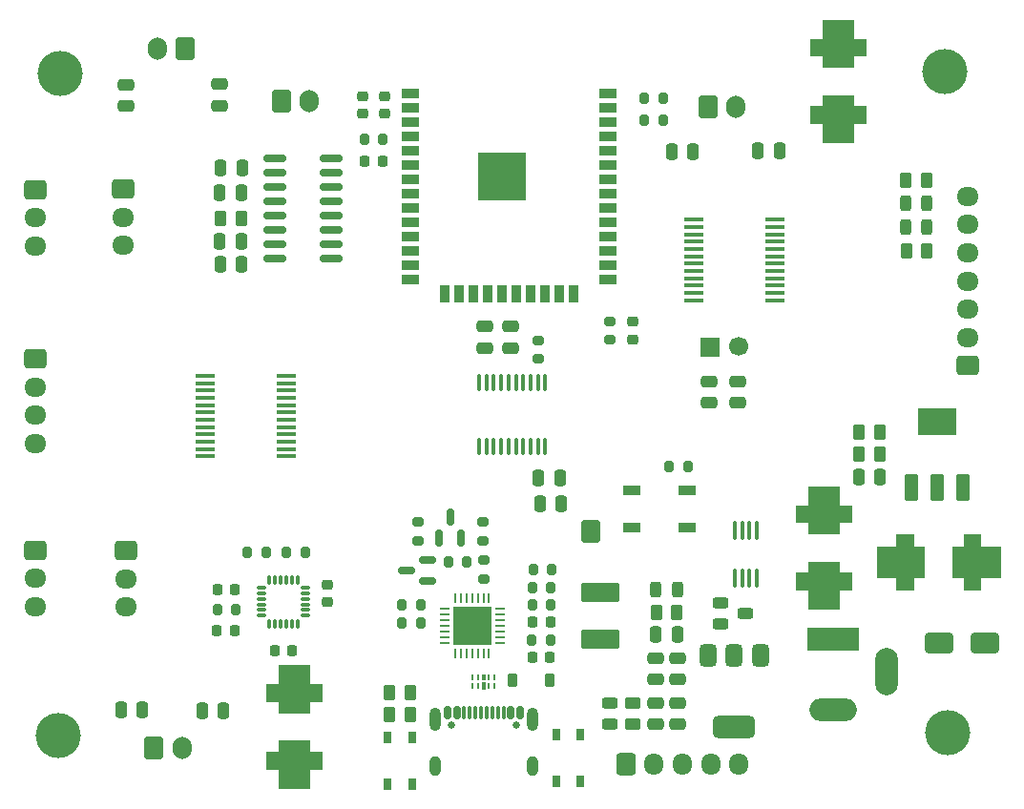
<source format=gts>
G04 #@! TF.GenerationSoftware,KiCad,Pcbnew,9.0.2*
G04 #@! TF.CreationDate,2025-09-10T14:09:23+05:30*
G04 #@! TF.ProjectId,V2DesignESP32PCB,56324465-7369-4676-9e45-535033325043,rev?*
G04 #@! TF.SameCoordinates,Original*
G04 #@! TF.FileFunction,Soldermask,Top*
G04 #@! TF.FilePolarity,Negative*
%FSLAX46Y46*%
G04 Gerber Fmt 4.6, Leading zero omitted, Abs format (unit mm)*
G04 Created by KiCad (PCBNEW 9.0.2) date 2025-09-10 14:09:23*
%MOMM*%
%LPD*%
G01*
G04 APERTURE LIST*
G04 Aperture macros list*
%AMRoundRect*
0 Rectangle with rounded corners*
0 $1 Rounding radius*
0 $2 $3 $4 $5 $6 $7 $8 $9 X,Y pos of 4 corners*
0 Add a 4 corners polygon primitive as box body*
4,1,4,$2,$3,$4,$5,$6,$7,$8,$9,$2,$3,0*
0 Add four circle primitives for the rounded corners*
1,1,$1+$1,$2,$3*
1,1,$1+$1,$4,$5*
1,1,$1+$1,$6,$7*
1,1,$1+$1,$8,$9*
0 Add four rect primitives between the rounded corners*
20,1,$1+$1,$2,$3,$4,$5,0*
20,1,$1+$1,$4,$5,$6,$7,0*
20,1,$1+$1,$6,$7,$8,$9,0*
20,1,$1+$1,$8,$9,$2,$3,0*%
G04 Aperture macros list end*
%ADD10C,0.010000*%
%ADD11RoundRect,0.250000X-0.475000X0.250000X-0.475000X-0.250000X0.475000X-0.250000X0.475000X0.250000X0*%
%ADD12RoundRect,0.250000X0.262500X0.450000X-0.262500X0.450000X-0.262500X-0.450000X0.262500X-0.450000X0*%
%ADD13R,1.750000X0.450000*%
%ADD14RoundRect,0.250000X0.250000X0.475000X-0.250000X0.475000X-0.250000X-0.475000X0.250000X-0.475000X0*%
%ADD15RoundRect,0.200000X-0.275000X0.200000X-0.275000X-0.200000X0.275000X-0.200000X0.275000X0.200000X0*%
%ADD16RoundRect,0.200000X-0.200000X-0.275000X0.200000X-0.275000X0.200000X0.275000X-0.200000X0.275000X0*%
%ADD17RoundRect,0.225000X-0.225000X-0.250000X0.225000X-0.250000X0.225000X0.250000X-0.225000X0.250000X0*%
%ADD18RoundRect,0.102000X1.600000X-0.750000X1.600000X0.750000X-1.600000X0.750000X-1.600000X-0.750000X0*%
%ADD19C,4.000000*%
%ADD20RoundRect,0.150000X-0.850000X-0.150000X0.850000X-0.150000X0.850000X0.150000X-0.850000X0.150000X0*%
%ADD21RoundRect,0.250000X0.600000X0.750000X-0.600000X0.750000X-0.600000X-0.750000X0.600000X-0.750000X0*%
%ADD22O,1.700000X2.000000*%
%ADD23RoundRect,0.062500X0.062500X-0.337500X0.062500X0.337500X-0.062500X0.337500X-0.062500X-0.337500X0*%
%ADD24RoundRect,0.062500X0.337500X-0.062500X0.337500X0.062500X-0.337500X0.062500X-0.337500X-0.062500X0*%
%ADD25R,3.350000X3.350000*%
%ADD26C,1.700000*%
%ADD27RoundRect,0.250000X-0.250000X-0.475000X0.250000X-0.475000X0.250000X0.475000X-0.250000X0.475000X0*%
%ADD28RoundRect,0.250000X-0.450000X-0.250000X0.450000X-0.250000X0.450000X0.250000X-0.450000X0.250000X0*%
%ADD29RoundRect,0.250000X0.475000X-0.250000X0.475000X0.250000X-0.475000X0.250000X-0.475000X-0.250000X0*%
%ADD30RoundRect,0.250000X-0.600000X-0.725000X0.600000X-0.725000X0.600000X0.725000X-0.600000X0.725000X0*%
%ADD31O,1.700000X1.950000*%
%ADD32RoundRect,0.243750X0.243750X0.456250X-0.243750X0.456250X-0.243750X-0.456250X0.243750X-0.456250X0*%
%ADD33RoundRect,0.250000X-0.450000X0.262500X-0.450000X-0.262500X0.450000X-0.262500X0.450000X0.262500X0*%
%ADD34RoundRect,0.075000X-0.350000X-0.075000X0.350000X-0.075000X0.350000X0.075000X-0.350000X0.075000X0*%
%ADD35RoundRect,0.075000X0.075000X-0.350000X0.075000X0.350000X-0.075000X0.350000X-0.075000X-0.350000X0*%
%ADD36RoundRect,0.200000X0.200000X0.275000X-0.200000X0.275000X-0.200000X-0.275000X0.200000X-0.275000X0*%
%ADD37R,0.650000X1.050000*%
%ADD38RoundRect,0.100000X-0.100000X0.712500X-0.100000X-0.712500X0.100000X-0.712500X0.100000X0.712500X0*%
%ADD39RoundRect,0.100000X-0.100000X0.637500X-0.100000X-0.637500X0.100000X-0.637500X0.100000X0.637500X0*%
%ADD40RoundRect,0.243750X0.456250X-0.243750X0.456250X0.243750X-0.456250X0.243750X-0.456250X-0.243750X0*%
%ADD41RoundRect,0.225000X0.225000X0.250000X-0.225000X0.250000X-0.225000X-0.250000X0.225000X-0.250000X0*%
%ADD42RoundRect,0.250000X-0.725000X0.600000X-0.725000X-0.600000X0.725000X-0.600000X0.725000X0.600000X0*%
%ADD43O,1.950000X1.700000*%
%ADD44RoundRect,0.250000X-0.262500X-0.450000X0.262500X-0.450000X0.262500X0.450000X-0.262500X0.450000X0*%
%ADD45R,4.600000X2.000000*%
%ADD46O,4.200000X2.000000*%
%ADD47O,2.000000X4.200000*%
%ADD48RoundRect,0.225000X0.250000X-0.225000X0.250000X0.225000X-0.250000X0.225000X-0.250000X-0.225000X0*%
%ADD49RoundRect,0.200000X0.275000X-0.200000X0.275000X0.200000X-0.275000X0.200000X-0.275000X-0.200000X0*%
%ADD50RoundRect,0.150000X0.587500X0.150000X-0.587500X0.150000X-0.587500X-0.150000X0.587500X-0.150000X0*%
%ADD51RoundRect,0.250000X-0.600000X-0.750000X0.600000X-0.750000X0.600000X0.750000X-0.600000X0.750000X0*%
%ADD52R,1.700000X1.700000*%
%ADD53RoundRect,0.225000X-0.250000X0.225000X-0.250000X-0.225000X0.250000X-0.225000X0.250000X0.225000X0*%
%ADD54C,0.650000*%
%ADD55RoundRect,0.150000X-0.150000X-0.425000X0.150000X-0.425000X0.150000X0.425000X-0.150000X0.425000X0*%
%ADD56RoundRect,0.075000X-0.075000X-0.500000X0.075000X-0.500000X0.075000X0.500000X-0.075000X0.500000X0*%
%ADD57O,1.000000X2.100000*%
%ADD58O,1.000000X1.800000*%
%ADD59R,0.250000X0.625000*%
%ADD60R,0.450000X0.700000*%
%ADD61R,0.450000X0.575000*%
%ADD62RoundRect,0.250000X0.725000X-0.600000X0.725000X0.600000X-0.725000X0.600000X-0.725000X-0.600000X0*%
%ADD63RoundRect,0.102000X0.500000X-1.075000X0.500000X1.075000X-0.500000X1.075000X-0.500000X-1.075000X0*%
%ADD64RoundRect,0.102000X1.625000X-1.075000X1.625000X1.075000X-1.625000X1.075000X-1.625000X-1.075000X0*%
%ADD65RoundRect,0.150000X0.150000X-0.587500X0.150000X0.587500X-0.150000X0.587500X-0.150000X-0.587500X0*%
%ADD66RoundRect,0.225000X0.225000X0.375000X-0.225000X0.375000X-0.225000X-0.375000X0.225000X-0.375000X0*%
%ADD67RoundRect,0.090000X-0.660000X-0.360000X0.660000X-0.360000X0.660000X0.360000X-0.660000X0.360000X0*%
%ADD68R,1.500000X0.900000*%
%ADD69R,0.900000X1.500000*%
%ADD70C,0.600000*%
%ADD71R,4.200000X4.200000*%
%ADD72RoundRect,0.375000X-0.375000X0.625000X-0.375000X-0.625000X0.375000X-0.625000X0.375000X0.625000X0*%
%ADD73RoundRect,0.500000X-1.400000X0.500000X-1.400000X-0.500000X1.400000X-0.500000X1.400000X0.500000X0*%
%ADD74RoundRect,0.250000X1.000000X0.650000X-1.000000X0.650000X-1.000000X-0.650000X1.000000X-0.650000X0*%
G04 APERTURE END LIST*
D10*
G04 #@! TO.C,C47*
X184550000Y-63100000D02*
X185650000Y-63100000D01*
X185650000Y-64600000D01*
X184550000Y-64600000D01*
X184550000Y-65600000D01*
X181850000Y-65600000D01*
X181850000Y-64600000D01*
X180750000Y-64600000D01*
X180750000Y-63100000D01*
X181850000Y-63100000D01*
X181850000Y-61400000D01*
X184550000Y-61400000D01*
X184550000Y-63100000D01*
G36*
X184550000Y-63100000D02*
G01*
X185650000Y-63100000D01*
X185650000Y-64600000D01*
X184550000Y-64600000D01*
X184550000Y-65600000D01*
X181850000Y-65600000D01*
X181850000Y-64600000D01*
X180750000Y-64600000D01*
X180750000Y-63100000D01*
X181850000Y-63100000D01*
X181850000Y-61400000D01*
X184550000Y-61400000D01*
X184550000Y-63100000D01*
G37*
X184550000Y-69100000D02*
X185650000Y-69100000D01*
X185650000Y-70600000D01*
X184550000Y-70600000D01*
X184550000Y-72300000D01*
X181850000Y-72300000D01*
X181850000Y-70600000D01*
X180750000Y-70600000D01*
X180750000Y-69100000D01*
X181850000Y-69100000D01*
X181850000Y-68100000D01*
X184550000Y-68100000D01*
X184550000Y-69100000D01*
G36*
X184550000Y-69100000D02*
G01*
X185650000Y-69100000D01*
X185650000Y-70600000D01*
X184550000Y-70600000D01*
X184550000Y-72300000D01*
X181850000Y-72300000D01*
X181850000Y-70600000D01*
X180750000Y-70600000D01*
X180750000Y-69100000D01*
X181850000Y-69100000D01*
X181850000Y-68100000D01*
X184550000Y-68100000D01*
X184550000Y-69100000D01*
G37*
G04 #@! TO.C,C30*
X183250000Y-104500000D02*
X184350000Y-104500000D01*
X184350000Y-106000000D01*
X183250000Y-106000000D01*
X183250000Y-107000000D01*
X180550000Y-107000000D01*
X180550000Y-106000000D01*
X179450000Y-106000000D01*
X179450000Y-104500000D01*
X180550000Y-104500000D01*
X180550000Y-102800000D01*
X183250000Y-102800000D01*
X183250000Y-104500000D01*
G36*
X183250000Y-104500000D02*
G01*
X184350000Y-104500000D01*
X184350000Y-106000000D01*
X183250000Y-106000000D01*
X183250000Y-107000000D01*
X180550000Y-107000000D01*
X180550000Y-106000000D01*
X179450000Y-106000000D01*
X179450000Y-104500000D01*
X180550000Y-104500000D01*
X180550000Y-102800000D01*
X183250000Y-102800000D01*
X183250000Y-104500000D01*
G37*
X183250000Y-110500000D02*
X184350000Y-110500000D01*
X184350000Y-112000000D01*
X183250000Y-112000000D01*
X183250000Y-113700000D01*
X180550000Y-113700000D01*
X180550000Y-112000000D01*
X179450000Y-112000000D01*
X179450000Y-110500000D01*
X180550000Y-110500000D01*
X180550000Y-109500000D01*
X183250000Y-109500000D01*
X183250000Y-110500000D01*
G36*
X183250000Y-110500000D02*
G01*
X184350000Y-110500000D01*
X184350000Y-112000000D01*
X183250000Y-112000000D01*
X183250000Y-113700000D01*
X180550000Y-113700000D01*
X180550000Y-112000000D01*
X179450000Y-112000000D01*
X179450000Y-110500000D01*
X180550000Y-110500000D01*
X180550000Y-109500000D01*
X183250000Y-109500000D01*
X183250000Y-110500000D01*
G37*
G04 #@! TO.C,C48*
X136300000Y-120400000D02*
X137400000Y-120400000D01*
X137400000Y-121900000D01*
X136300000Y-121900000D01*
X136300000Y-122900000D01*
X133600000Y-122900000D01*
X133600000Y-121900000D01*
X132500000Y-121900000D01*
X132500000Y-120400000D01*
X133600000Y-120400000D01*
X133600000Y-118700000D01*
X136300000Y-118700000D01*
X136300000Y-120400000D01*
G36*
X136300000Y-120400000D02*
G01*
X137400000Y-120400000D01*
X137400000Y-121900000D01*
X136300000Y-121900000D01*
X136300000Y-122900000D01*
X133600000Y-122900000D01*
X133600000Y-121900000D01*
X132500000Y-121900000D01*
X132500000Y-120400000D01*
X133600000Y-120400000D01*
X133600000Y-118700000D01*
X136300000Y-118700000D01*
X136300000Y-120400000D01*
G37*
X136300000Y-126400000D02*
X137400000Y-126400000D01*
X137400000Y-127900000D01*
X136300000Y-127900000D01*
X136300000Y-129600000D01*
X133600000Y-129600000D01*
X133600000Y-127900000D01*
X132500000Y-127900000D01*
X132500000Y-126400000D01*
X133600000Y-126400000D01*
X133600000Y-125400000D01*
X136300000Y-125400000D01*
X136300000Y-126400000D01*
G36*
X136300000Y-126400000D02*
G01*
X137400000Y-126400000D01*
X137400000Y-127900000D01*
X136300000Y-127900000D01*
X136300000Y-129600000D01*
X133600000Y-129600000D01*
X133600000Y-127900000D01*
X132500000Y-127900000D01*
X132500000Y-126400000D01*
X133600000Y-126400000D01*
X133600000Y-125400000D01*
X136300000Y-125400000D01*
X136300000Y-126400000D01*
G37*
G04 #@! TO.C,C29*
X189850000Y-108200000D02*
X190850000Y-108200000D01*
X190850000Y-110900000D01*
X189850000Y-110900000D01*
X189850000Y-112000000D01*
X188350000Y-112000000D01*
X188350000Y-110900000D01*
X186650000Y-110900000D01*
X186650000Y-108200000D01*
X188350000Y-108200000D01*
X188350000Y-107100000D01*
X189850000Y-107100000D01*
X189850000Y-108200000D01*
G36*
X189850000Y-108200000D02*
G01*
X190850000Y-108200000D01*
X190850000Y-110900000D01*
X189850000Y-110900000D01*
X189850000Y-112000000D01*
X188350000Y-112000000D01*
X188350000Y-110900000D01*
X186650000Y-110900000D01*
X186650000Y-108200000D01*
X188350000Y-108200000D01*
X188350000Y-107100000D01*
X189850000Y-107100000D01*
X189850000Y-108200000D01*
G37*
X195850000Y-108200000D02*
X197550000Y-108200000D01*
X197550000Y-110900000D01*
X195850000Y-110900000D01*
X195850000Y-112000000D01*
X194350000Y-112000000D01*
X194350000Y-110900000D01*
X193350000Y-110900000D01*
X193350000Y-108200000D01*
X194350000Y-108200000D01*
X194350000Y-107100000D01*
X195850000Y-107100000D01*
X195850000Y-108200000D01*
G36*
X195850000Y-108200000D02*
G01*
X197550000Y-108200000D01*
X197550000Y-110900000D01*
X195850000Y-110900000D01*
X195850000Y-112000000D01*
X194350000Y-112000000D01*
X194350000Y-110900000D01*
X193350000Y-110900000D01*
X193350000Y-108200000D01*
X194350000Y-108200000D01*
X194350000Y-107100000D01*
X195850000Y-107100000D01*
X195850000Y-108200000D01*
G37*
G04 #@! TD*
D11*
G04 #@! TO.C,C40*
X120000000Y-67200000D03*
X120000000Y-69100000D03*
G04 #@! TD*
D12*
G04 #@! TO.C,R19*
X186912500Y-98000000D03*
X185087500Y-98000000D03*
G04 #@! TD*
D13*
G04 #@! TO.C,U14*
X127100000Y-93025000D03*
X127100000Y-93675000D03*
X127100000Y-94325000D03*
X127100000Y-94975000D03*
X127100000Y-95625000D03*
X127100000Y-96275000D03*
X127100000Y-96925000D03*
X127100000Y-97575000D03*
X127100000Y-98225000D03*
X127100000Y-98875000D03*
X127100000Y-99525000D03*
X127100000Y-100175000D03*
X134300000Y-100175000D03*
X134300000Y-99525000D03*
X134300000Y-98875000D03*
X134300000Y-98225000D03*
X134300000Y-97575000D03*
X134300000Y-96925000D03*
X134300000Y-96275000D03*
X134300000Y-95625000D03*
X134300000Y-94975000D03*
X134300000Y-94325000D03*
X134300000Y-93675000D03*
X134300000Y-93025000D03*
G04 #@! TD*
D14*
G04 #@! TO.C,C54*
X130250000Y-76800000D03*
X128350000Y-76800000D03*
G04 #@! TD*
D15*
G04 #@! TO.C,R27*
X151800000Y-109400000D03*
X151800000Y-111050000D03*
G04 #@! TD*
D16*
G04 #@! TO.C,R14*
X128125000Y-113750000D03*
X129775000Y-113750000D03*
G04 #@! TD*
D17*
G04 #@! TO.C,C38*
X156125000Y-114900000D03*
X157675000Y-114900000D03*
G04 #@! TD*
D18*
G04 #@! TO.C,F1*
X162150000Y-116400000D03*
X162150000Y-112200000D03*
G04 #@! TD*
D14*
G04 #@! TO.C,C32*
X168950000Y-116000000D03*
X167050000Y-116000000D03*
G04 #@! TD*
D16*
G04 #@! TO.C,R21*
X156075000Y-113350000D03*
X157725000Y-113350000D03*
G04 #@! TD*
D19*
G04 #@! TO.C,H4*
X192700000Y-66000000D03*
G04 #@! TD*
G04 #@! TO.C,H1*
X114000000Y-124900000D03*
G04 #@! TD*
D20*
G04 #@! TO.C,U16*
X133250000Y-73680000D03*
X133250000Y-74950000D03*
X133250000Y-76220000D03*
X133250000Y-77490000D03*
X133250000Y-78760000D03*
X133250000Y-80030000D03*
X133250000Y-81300000D03*
X133250000Y-82570000D03*
X138250000Y-82570000D03*
X138250000Y-81300000D03*
X138250000Y-80030000D03*
X138250000Y-78760000D03*
X138250000Y-77490000D03*
X138250000Y-76220000D03*
X138250000Y-74950000D03*
X138250000Y-73680000D03*
G04 #@! TD*
D21*
G04 #@! TO.C,J21*
X125300000Y-63950000D03*
D22*
X122800000Y-63950000D03*
G04 #@! TD*
D14*
G04 #@! TO.C,C57*
X130250000Y-81050000D03*
X128350000Y-81050000D03*
G04 #@! TD*
D23*
G04 #@! TO.C,U13*
X149250000Y-117650000D03*
X149750000Y-117650000D03*
X150250000Y-117650000D03*
X150750000Y-117650000D03*
X151250000Y-117650000D03*
X151750000Y-117650000D03*
X152250000Y-117650000D03*
D24*
X153200000Y-116700000D03*
X153200000Y-116200000D03*
X153200000Y-115700000D03*
X153200000Y-115200000D03*
X153200000Y-114700000D03*
X153200000Y-114200000D03*
X153200000Y-113700000D03*
D23*
X152250000Y-112750000D03*
X151750000Y-112750000D03*
X151250000Y-112750000D03*
X150750000Y-112750000D03*
X150250000Y-112750000D03*
X149750000Y-112750000D03*
X149250000Y-112750000D03*
D24*
X148300000Y-113700000D03*
X148300000Y-114200000D03*
X148300000Y-114700000D03*
X148300000Y-115200000D03*
X148300000Y-115700000D03*
X148300000Y-116200000D03*
X148300000Y-116700000D03*
D25*
X150750000Y-115200000D03*
G04 #@! TD*
D11*
G04 #@! TO.C,C12*
X151900000Y-88650000D03*
X151900000Y-90550000D03*
G04 #@! TD*
D26*
G04 #@! TO.C,*
X174400000Y-90400000D03*
G04 #@! TD*
D27*
G04 #@! TO.C,C53*
X128450000Y-74600000D03*
X130350000Y-74600000D03*
G04 #@! TD*
D28*
G04 #@! TO.C,Q1*
X172750000Y-113150000D03*
X172750000Y-115050000D03*
X174950000Y-114100000D03*
G04 #@! TD*
D29*
G04 #@! TO.C,C36*
X169000000Y-123950000D03*
X169000000Y-122050000D03*
G04 #@! TD*
D30*
G04 #@! TO.C,J17*
X164400000Y-127500000D03*
D31*
X166900000Y-127500000D03*
X169400000Y-127500000D03*
X171900000Y-127500000D03*
X174400000Y-127500000D03*
G04 #@! TD*
D32*
G04 #@! TO.C,D5*
X168937500Y-112000000D03*
X167062500Y-112000000D03*
G04 #@! TD*
D33*
G04 #@! TO.C,R17*
X165000000Y-122087500D03*
X165000000Y-123912500D03*
G04 #@! TD*
D34*
G04 #@! TO.C,U6*
X132050000Y-111800000D03*
X132050000Y-112300000D03*
X132050000Y-112800000D03*
X132050000Y-113300000D03*
X132050000Y-113800000D03*
X132050000Y-114300000D03*
D35*
X132750000Y-115000000D03*
X133250000Y-115000000D03*
X133750000Y-115000000D03*
X134250000Y-115000000D03*
X134750000Y-115000000D03*
X135250000Y-115000000D03*
D34*
X135950000Y-114300000D03*
X135950000Y-113800000D03*
X135950000Y-113300000D03*
X135950000Y-112800000D03*
X135950000Y-112300000D03*
X135950000Y-111800000D03*
D35*
X135250000Y-111100000D03*
X134750000Y-111100000D03*
X134250000Y-111100000D03*
X133750000Y-111100000D03*
X133250000Y-111100000D03*
X132750000Y-111100000D03*
G04 #@! TD*
D36*
G04 #@! TO.C,R26*
X146175000Y-113300000D03*
X144525000Y-113300000D03*
G04 #@! TD*
D37*
G04 #@! TO.C,SW1*
X143275000Y-129225000D03*
X143275000Y-125075000D03*
X145425000Y-129225000D03*
X145425000Y-125075000D03*
G04 #@! TD*
D38*
G04 #@! TO.C,U11*
X176000000Y-106775000D03*
X175350000Y-106775000D03*
X174700000Y-106775000D03*
X174050000Y-106775000D03*
X174050000Y-111000000D03*
X174700000Y-111000000D03*
X175350000Y-111000000D03*
X176000000Y-111000000D03*
G04 #@! TD*
D27*
G04 #@! TO.C,C55*
X128400000Y-83150000D03*
X130300000Y-83150000D03*
G04 #@! TD*
D12*
G04 #@! TO.C,R2*
X145262500Y-121100000D03*
X143437500Y-121100000D03*
G04 #@! TD*
D39*
G04 #@! TO.C,U8*
X157225000Y-93587500D03*
X156575000Y-93587500D03*
X155925000Y-93587500D03*
X155275000Y-93587500D03*
X154625000Y-93587500D03*
X153975000Y-93587500D03*
X153325000Y-93587500D03*
X152675000Y-93587500D03*
X152025000Y-93587500D03*
X151375000Y-93587500D03*
X151375000Y-99312500D03*
X152025000Y-99312500D03*
X152675000Y-99312500D03*
X153325000Y-99312500D03*
X153975000Y-99312500D03*
X154625000Y-99312500D03*
X155275000Y-99312500D03*
X155925000Y-99312500D03*
X156575000Y-99312500D03*
X157225000Y-99312500D03*
G04 #@! TD*
D19*
G04 #@! TO.C,H3*
X114200000Y-66200000D03*
G04 #@! TD*
D11*
G04 #@! TO.C,C39*
X128300000Y-67150000D03*
X128300000Y-69050000D03*
G04 #@! TD*
D16*
G04 #@! TO.C,R5*
X166050000Y-70350000D03*
X167700000Y-70350000D03*
G04 #@! TD*
D11*
G04 #@! TO.C,C2*
X174350000Y-93500000D03*
X174350000Y-95400000D03*
G04 #@! TD*
D16*
G04 #@! TO.C,R4*
X166050000Y-68350000D03*
X167700000Y-68350000D03*
G04 #@! TD*
D40*
G04 #@! TO.C,D4*
X163000000Y-123937500D03*
X163000000Y-122062500D03*
G04 #@! TD*
D11*
G04 #@! TO.C,C35*
X167000000Y-118050000D03*
X167000000Y-119950000D03*
G04 #@! TD*
D41*
G04 #@! TO.C,C49*
X142775000Y-74000000D03*
X141225000Y-74000000D03*
G04 #@! TD*
D42*
G04 #@! TO.C,J28*
X120000000Y-108550000D03*
D43*
X120000000Y-111050000D03*
X120000000Y-113550000D03*
G04 #@! TD*
D41*
G04 #@! TO.C,C25*
X129650000Y-115650000D03*
X128100000Y-115650000D03*
G04 #@! TD*
D16*
G04 #@! TO.C,R13*
X168225000Y-101100000D03*
X169875000Y-101100000D03*
G04 #@! TD*
D19*
G04 #@! TO.C,H2*
X192900000Y-124700000D03*
G04 #@! TD*
D44*
G04 #@! TO.C,R37*
X189237500Y-75650000D03*
X191062500Y-75650000D03*
G04 #@! TD*
D27*
G04 #@! TO.C,C44*
X176100000Y-73000000D03*
X178000000Y-73000000D03*
G04 #@! TD*
D42*
G04 #@! TO.C,J25*
X112000000Y-108500000D03*
D43*
X112000000Y-111000000D03*
X112000000Y-113500000D03*
G04 #@! TD*
D11*
G04 #@! TO.C,C1*
X171750000Y-93500000D03*
X171750000Y-95400000D03*
G04 #@! TD*
D45*
G04 #@! TO.C,J20*
X182750000Y-116350000D03*
D46*
X182750000Y-122650000D03*
D47*
X187550000Y-119250000D03*
G04 #@! TD*
D48*
G04 #@! TO.C,C52*
X143000000Y-69775000D03*
X143000000Y-68225000D03*
G04 #@! TD*
D36*
G04 #@! TO.C,R15*
X132475000Y-108700000D03*
X130825000Y-108700000D03*
G04 #@! TD*
G04 #@! TO.C,R22*
X157700000Y-116450000D03*
X156050000Y-116450000D03*
G04 #@! TD*
D37*
G04 #@! TO.C,SW2*
X158225000Y-128975000D03*
X158225000Y-124825000D03*
X160375000Y-128975000D03*
X160375000Y-124825000D03*
G04 #@! TD*
D49*
G04 #@! TO.C,R30*
X151700000Y-107650000D03*
X151700000Y-106000000D03*
G04 #@! TD*
D17*
G04 #@! TO.C,C37*
X156100000Y-118000000D03*
X157650000Y-118000000D03*
G04 #@! TD*
D16*
G04 #@! TO.C,R24*
X156150000Y-110200000D03*
X157800000Y-110200000D03*
G04 #@! TD*
D17*
G04 #@! TO.C,C28*
X133225000Y-117400000D03*
X134775000Y-117400000D03*
G04 #@! TD*
D27*
G04 #@! TO.C,C11*
X156750000Y-104350000D03*
X158650000Y-104350000D03*
G04 #@! TD*
D44*
G04 #@! TO.C,R18*
X185087500Y-100000000D03*
X186912500Y-100000000D03*
G04 #@! TD*
D41*
G04 #@! TO.C,C26*
X129725000Y-111950000D03*
X128175000Y-111950000D03*
G04 #@! TD*
D50*
G04 #@! TO.C,Q4*
X146787500Y-111237500D03*
X146787500Y-109337500D03*
X144912500Y-110287500D03*
G04 #@! TD*
D14*
G04 #@! TO.C,C41*
X121500000Y-122650000D03*
X119600000Y-122650000D03*
G04 #@! TD*
D51*
G04 #@! TO.C,J23*
X171650000Y-69150000D03*
D22*
X174150000Y-69150000D03*
G04 #@! TD*
D15*
G04 #@! TO.C,R9*
X156600000Y-89875000D03*
X156600000Y-91525000D03*
G04 #@! TD*
D42*
G04 #@! TO.C,J18*
X112000000Y-76500000D03*
D43*
X112000000Y-79000000D03*
X112000000Y-81500000D03*
G04 #@! TD*
D36*
G04 #@! TO.C,R31*
X142825000Y-72000000D03*
X141175000Y-72000000D03*
G04 #@! TD*
D52*
G04 #@! TO.C,*
X171825000Y-90500000D03*
G04 #@! TD*
D53*
G04 #@! TO.C,C27*
X137900000Y-111575000D03*
X137900000Y-113125000D03*
G04 #@! TD*
D36*
G04 #@! TO.C,R23*
X157750000Y-111800000D03*
X156100000Y-111800000D03*
G04 #@! TD*
D42*
G04 #@! TO.C,J27*
X119750000Y-76450000D03*
D43*
X119750000Y-78950000D03*
X119750000Y-81450000D03*
G04 #@! TD*
D54*
G04 #@! TO.C,JUSB1*
X148910000Y-123985000D03*
X154690000Y-123985000D03*
D55*
X148600000Y-122910000D03*
X149400000Y-122910000D03*
D56*
X150550000Y-122910000D03*
X151550000Y-122910000D03*
X152050000Y-122910000D03*
X153050000Y-122910000D03*
D55*
X154200000Y-122910000D03*
X155000000Y-122910000D03*
X155000000Y-122910000D03*
X154200000Y-122910000D03*
D56*
X153550000Y-122910000D03*
X152550000Y-122910000D03*
X151050000Y-122910000D03*
X150050000Y-122910000D03*
D55*
X149400000Y-122910000D03*
X148600000Y-122910000D03*
D57*
X147480000Y-123485000D03*
D58*
X147480000Y-127665000D03*
D57*
X156120000Y-123485000D03*
D58*
X156120000Y-127665000D03*
G04 #@! TD*
D59*
G04 #@! TO.C,U2*
X150750000Y-120575000D03*
X151250000Y-120575000D03*
D60*
X151750000Y-120537500D03*
D59*
X152250000Y-120575000D03*
X152750000Y-120575000D03*
X152750000Y-119800000D03*
X152250000Y-119800000D03*
D61*
X151750000Y-119775000D03*
D59*
X151250000Y-119800000D03*
X150750000Y-119800000D03*
G04 #@! TD*
D36*
G04 #@! TO.C,R25*
X146175000Y-114950000D03*
X144525000Y-114950000D03*
G04 #@! TD*
D62*
G04 #@! TO.C,J26*
X194700000Y-92100000D03*
D43*
X194700000Y-89600000D03*
X194700000Y-87100000D03*
X194700000Y-84600000D03*
X194700000Y-82100000D03*
X194700000Y-79600000D03*
X194700000Y-77100000D03*
G04 #@! TD*
D49*
G04 #@! TO.C,R29*
X145950000Y-107650000D03*
X145950000Y-106000000D03*
G04 #@! TD*
D63*
G04 #@! TO.C,U10*
X189700000Y-102900000D03*
X192000000Y-102900000D03*
X194300000Y-102900000D03*
D64*
X192000000Y-97100000D03*
G04 #@! TD*
D44*
G04 #@! TO.C,R20*
X167087500Y-114000000D03*
X168912500Y-114000000D03*
G04 #@! TD*
D29*
G04 #@! TO.C,C34*
X167000000Y-123950000D03*
X167000000Y-122050000D03*
G04 #@! TD*
D12*
G04 #@! TO.C,R1*
X145262500Y-123100000D03*
X143437500Y-123100000D03*
G04 #@! TD*
D27*
G04 #@! TO.C,C42*
X126800000Y-122700000D03*
X128700000Y-122700000D03*
G04 #@! TD*
D15*
G04 #@! TO.C,R32*
X163000000Y-88175000D03*
X163000000Y-89825000D03*
G04 #@! TD*
D32*
G04 #@! TO.C,D7*
X191087500Y-79800000D03*
X189212500Y-79800000D03*
G04 #@! TD*
D16*
G04 #@! TO.C,R28*
X148625000Y-109525000D03*
X150275000Y-109525000D03*
G04 #@! TD*
D65*
G04 #@! TO.C,Q5*
X147850000Y-107450000D03*
X149750000Y-107450000D03*
X148800000Y-105575000D03*
G04 #@! TD*
D16*
G04 #@! TO.C,R16*
X134300000Y-108650000D03*
X135950000Y-108650000D03*
G04 #@! TD*
D51*
G04 #@! TO.C,J22*
X122500000Y-126000000D03*
D22*
X125000000Y-126000000D03*
G04 #@! TD*
D42*
G04 #@! TO.C,J10*
X112000000Y-91500000D03*
D43*
X112000000Y-94000000D03*
X112000000Y-96500000D03*
X112000000Y-99000000D03*
G04 #@! TD*
D44*
G04 #@! TO.C,R35*
X128437500Y-79050000D03*
X130262500Y-79050000D03*
G04 #@! TD*
D13*
G04 #@! TO.C,U15*
X177600000Y-86300000D03*
X177600000Y-85650000D03*
X177600000Y-85000000D03*
X177600000Y-84350000D03*
X177600000Y-83700000D03*
X177600000Y-83050000D03*
X177600000Y-82400000D03*
X177600000Y-81750000D03*
X177600000Y-81100000D03*
X177600000Y-80450000D03*
X177600000Y-79800000D03*
X177600000Y-79150000D03*
X170400000Y-79150000D03*
X170400000Y-79800000D03*
X170400000Y-80450000D03*
X170400000Y-81100000D03*
X170400000Y-81750000D03*
X170400000Y-82400000D03*
X170400000Y-83050000D03*
X170400000Y-83700000D03*
X170400000Y-84350000D03*
X170400000Y-85000000D03*
X170400000Y-85650000D03*
X170400000Y-86300000D03*
G04 #@! TD*
D29*
G04 #@! TO.C,C5*
X154200000Y-90550000D03*
X154200000Y-88650000D03*
G04 #@! TD*
D66*
G04 #@! TO.C,D6*
X157650000Y-120000000D03*
X154350000Y-120000000D03*
G04 #@! TD*
D14*
G04 #@! TO.C,C43*
X170350000Y-73150000D03*
X168450000Y-73150000D03*
G04 #@! TD*
D67*
G04 #@! TO.C,D1*
X164900000Y-103150000D03*
X164900000Y-106450000D03*
X169800000Y-106450000D03*
X169800000Y-103150000D03*
G04 #@! TD*
D48*
G04 #@! TO.C,C51*
X141000000Y-69775000D03*
X141000000Y-68225000D03*
G04 #@! TD*
D14*
G04 #@! TO.C,C10*
X158550000Y-102100000D03*
X156650000Y-102100000D03*
G04 #@! TD*
D44*
G04 #@! TO.C,R36*
X189287500Y-81900000D03*
X191112500Y-81900000D03*
G04 #@! TD*
D68*
G04 #@! TO.C,U18*
X145305000Y-67985000D03*
X145305000Y-69255000D03*
X145305000Y-70525000D03*
X145305000Y-71795000D03*
X145305000Y-73065000D03*
X145305000Y-74335000D03*
X145305000Y-75605000D03*
X145305000Y-76875000D03*
X145305000Y-78145000D03*
X145305000Y-79415000D03*
X145305000Y-80685000D03*
X145305000Y-81955000D03*
X145305000Y-83225000D03*
X145305000Y-84495000D03*
D69*
X148345000Y-85745000D03*
X149615000Y-85745000D03*
X150885000Y-85745000D03*
X152155000Y-85745000D03*
X153425000Y-85745000D03*
X154695000Y-85745000D03*
X155965000Y-85745000D03*
X157235000Y-85745000D03*
X158505000Y-85745000D03*
X159775000Y-85745000D03*
D68*
X162805000Y-84495000D03*
X162805000Y-83225000D03*
X162805000Y-81955000D03*
X162805000Y-80685000D03*
X162805000Y-79415000D03*
X162805000Y-78145000D03*
X162805000Y-76875000D03*
X162805000Y-75605000D03*
X162805000Y-74335000D03*
X162805000Y-73065000D03*
X162805000Y-71795000D03*
X162805000Y-70525000D03*
X162805000Y-69255000D03*
X162805000Y-67985000D03*
D70*
X151850000Y-74562500D03*
X151850000Y-76087500D03*
X152612500Y-73800000D03*
X152612500Y-75325000D03*
X152612500Y-76850000D03*
X153375000Y-74562500D03*
D71*
X153375000Y-75325000D03*
D70*
X153375000Y-76087500D03*
X154137500Y-73800000D03*
X154137500Y-75325000D03*
X154137500Y-76850000D03*
X154900000Y-74562500D03*
X154900000Y-76087500D03*
G04 #@! TD*
D72*
G04 #@! TO.C,U12*
X176300000Y-117850000D03*
X174000000Y-117850000D03*
D73*
X174000000Y-124150000D03*
D72*
X171700000Y-117850000D03*
G04 #@! TD*
D74*
G04 #@! TO.C,D3*
X196200000Y-116700000D03*
X192200000Y-116700000D03*
G04 #@! TD*
D32*
G04 #@! TO.C,D8*
X191087500Y-77700000D03*
X189212500Y-77700000D03*
G04 #@! TD*
D51*
G04 #@! TO.C,*
X161250000Y-106850000D03*
G04 #@! TD*
D53*
G04 #@! TO.C,C50*
X165000000Y-88225000D03*
X165000000Y-89775000D03*
G04 #@! TD*
D51*
G04 #@! TO.C,J29*
X133800000Y-68650000D03*
D22*
X136300000Y-68650000D03*
G04 #@! TD*
D11*
G04 #@! TO.C,C33*
X169000000Y-118050000D03*
X169000000Y-119950000D03*
G04 #@! TD*
D27*
G04 #@! TO.C,C31*
X185050000Y-102000000D03*
X186950000Y-102000000D03*
G04 #@! TD*
M02*

</source>
